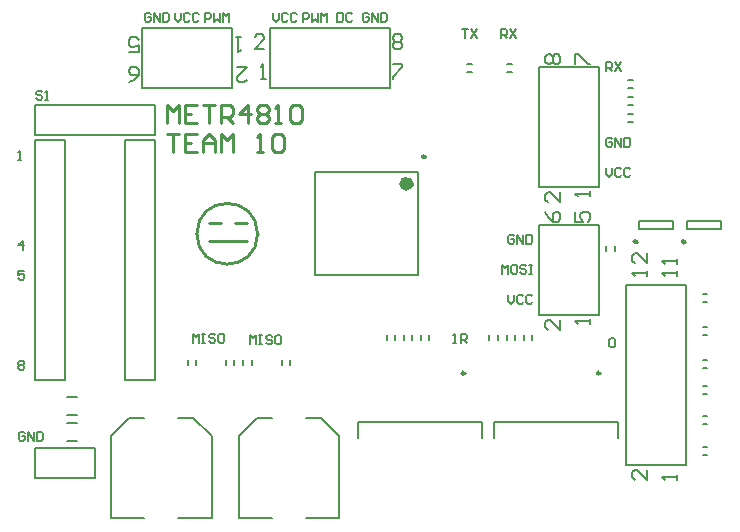
<source format=gto>
%FSDAX24Y24*%
%MOIN*%
%SFA1B1*%

%IPPOS*%
%ADD21C,0.010000*%
%ADD27C,0.009800*%
%ADD28C,0.023600*%
%ADD29C,0.007900*%
%ADD30C,0.008000*%
%ADD31C,0.005000*%
%LN7april_pcb-1*%
%LPD*%
G54D21*
X006512Y009600D02*
D01*
D01*
G75*
G03X004488I-1012J0D01*
G74*G01*
D01*
G75*
G03X006512I1012J0D01*
G74*G01*
X004900Y009950D02*
X005300D01*
X005750D02*
X006150D01*
X004900Y009350D02*
X006150D01*
X003489Y013279D02*
Y013879D01*
X003689Y013679*
X003889Y013879*
Y013279*
X004489Y013879D02*
X004089D01*
Y013279*
X004489*
X004089Y013579D02*
X004289D01*
X004689Y013879D02*
X005088D01*
X004889*
Y013279*
X005288D02*
Y013879D01*
X005588*
X005688Y013779*
Y013579*
X005588Y013479*
X005288*
X005488D02*
X005688Y013279D01*
X006188D02*
Y013879D01*
X005888Y013579*
X006288*
X006488Y013779D02*
X006588Y013879D01*
X006788*
X006888Y013779*
Y013679*
X006788Y013579*
X006888Y013479*
Y013379*
X006788Y013279*
X006588*
X006488Y013379*
Y013479*
X006588Y013579*
X006488Y013679*
Y013779*
X006588Y013579D02*
X006788D01*
X007088Y013279D02*
X007288D01*
X007188*
Y013879*
X007088Y013779*
X007588D02*
X007688Y013879D01*
X007888*
X007988Y013779*
Y013379*
X007888Y013279*
X007688*
X007588Y013379*
Y013779*
X003489Y012919D02*
X003889D01*
X003689*
Y012319*
X004489Y012919D02*
X004089D01*
Y012319*
X004489*
X004089Y012619D02*
X004289D01*
X004689Y012319D02*
Y012719D01*
X004889Y012919*
X005088Y012719*
Y012319*
Y012619*
X004689*
X005288Y012319D02*
Y012919D01*
X005488Y012719*
X005688Y012919*
Y012319*
X006488D02*
X006688D01*
X006588*
Y012919*
X006488Y012819*
X006988D02*
X007088Y012919D01*
X007288*
X007388Y012819*
Y012419*
X007288Y012319*
X007088*
X006988Y012419*
Y012819*
G54D27*
X019150Y009337D02*
D01*
D01*
G75*
G03X019052I-49J0D01*
G74*G01*
D01*
G75*
G03X019150I49J0D01*
G74*G01*
X020756D02*
D01*
D01*
G75*
G03X020658I-49J0D01*
G74*G01*
D01*
G75*
G03X020756I49J0D01*
G74*G01*
X017922Y004954D02*
D01*
D01*
G75*
G03X017824I-49J0D01*
G74*G01*
D01*
G75*
G03X017922I49J0D01*
G74*G01*
X013413D02*
D01*
D01*
G75*
G03X013315I-49J0D01*
G74*G01*
D01*
G75*
G03X013413I49J0D01*
G74*G01*
X012099Y012174D02*
D01*
D01*
G75*
G03X012001I-49J0D01*
G74*G01*
D01*
G75*
G03X012099I49J0D01*
G74*G01*
G54D28*
X011587Y011269D02*
D01*
D01*
G75*
G03X011351I-118J0D01*
G74*G01*
D01*
G75*
G03X011587I118J0D01*
G74*G01*
G54D29*
X021347Y002212D02*
X021505D01*
X021347Y002488D02*
X021505D01*
X021347Y003262D02*
X021505D01*
X021347Y003538D02*
X021505D01*
X021347Y004262D02*
X021505D01*
X021347Y004538D02*
X021505D01*
X021347Y005112D02*
X021505D01*
X021347Y005388D02*
X021505D01*
X021347Y006212D02*
X021505D01*
X021347Y006488D02*
X021505D01*
X021347Y007312D02*
X021505D01*
X021347Y007588D02*
X021505D01*
X000164Y003278D02*
X000479D01*
X000164Y002688D02*
X000479D01*
X014517Y006058D02*
Y006216D01*
X014241Y006058D02*
Y006216D01*
X001632Y000121D02*
Y002858D01*
Y000121D02*
X002734D01*
X003876D02*
X004978D01*
Y002858*
X002242Y003468D02*
X002734D01*
X001632Y002858D02*
X002242Y003468D01*
X004368D02*
X004978Y002858D01*
X003876Y003468D02*
X004368D01*
X005886Y000121D02*
Y002858D01*
Y000121D02*
X006988D01*
X008130D02*
X009232D01*
Y002858*
X006496Y003468D02*
X006988D01*
X005886Y002858D02*
X006496Y003468D01*
X008622D02*
X009232Y002858D01*
X008130Y003468D02*
X008622D01*
X015090Y006058D02*
Y006216D01*
X014814Y006058D02*
Y006216D01*
X020360Y009760D02*
Y010016D01*
X019218D02*
X020360D01*
X019218Y009760D02*
Y010016D01*
Y009760D02*
X020360D01*
X021966D02*
Y010016D01*
X020825D02*
X021966D01*
X020825Y009760D02*
Y010016D01*
Y009760D02*
X021966D01*
X015662Y006058D02*
Y006216D01*
X015387Y006058D02*
Y006216D01*
X018517Y002789D02*
Y003340D01*
X014383D02*
X018517D01*
X014383Y002789D02*
Y003340D01*
X018794Y001900D02*
X020794D01*
X018794D02*
Y007900D01*
X020794*
Y001900D02*
Y007900D01*
X011660Y006058D02*
Y006216D01*
X011385Y006058D02*
Y006216D01*
X012233Y006058D02*
Y006216D01*
X011957Y006058D02*
Y006216D01*
X011088Y006058D02*
Y006216D01*
X010812Y006058D02*
Y006216D01*
X014007Y002789D02*
Y003340D01*
X009874D02*
X014007D01*
X009874Y002789D02*
Y003340D01*
X000089Y004719D02*
Y012719D01*
X-000911D02*
X000089D01*
X-000911Y004719D02*
Y012719D01*
Y004719D02*
X000089D01*
X003089D02*
Y012719D01*
X002089D02*
X003089D01*
X002089Y004719D02*
Y012719D01*
Y004719D02*
X003089D01*
X006313Y005221D02*
Y005379D01*
X006038Y005221D02*
Y005379D01*
X017900Y007983D02*
Y009900D01*
Y006900D02*
Y009900D01*
X015900Y006900D02*
Y009900D01*
Y006900D02*
X017900D01*
X015900Y009900D02*
X017900D01*
X005465Y005221D02*
Y005379D01*
X005741Y005221D02*
Y005379D01*
X004458Y005221D02*
Y005379D01*
X004182Y005221D02*
Y005379D01*
X000164Y004166D02*
X000479D01*
X000164Y003575D02*
X000479D01*
X002650Y016445D02*
X004567D01*
X002650D02*
X005650D01*
X002650Y014445D02*
X005650D01*
Y016445*
X002650Y014445D02*
Y016445D01*
X015900Y015150D02*
X017900D01*
X015900Y011150D02*
X017900D01*
X015900D02*
Y015150D01*
X017900Y011150D02*
Y015150D01*
X018138Y009026D02*
Y009183D01*
X018413Y009026D02*
Y009183D01*
X-000911Y001450D02*
X001089D01*
Y002450*
X-000911D02*
X001089D01*
X-000911Y001450D02*
Y002450D01*
X010910Y014445D02*
Y016445D01*
X006910Y014445D02*
Y016445D01*
X010910*
X006910Y014445D02*
X010910D01*
X018853Y014462D02*
X019010D01*
X018853Y014738D02*
X019010D01*
X013498Y014980D02*
X013655D01*
X013498Y015255D02*
X013655D01*
X014838Y014980D02*
X014996D01*
X014838Y015255D02*
X014996D01*
X007321Y005221D02*
Y005379D01*
X007596Y005221D02*
Y005379D01*
X018853Y014165D02*
X019010D01*
X018853Y013890D02*
X019010D01*
X018853Y013317D02*
X019010D01*
X018853Y013593D02*
X019010D01*
X008437Y011663D02*
X011863D01*
X008437Y008237D02*
X011863D01*
Y011663*
X008437Y008237D02*
Y011663D01*
X003089Y012898D02*
Y013898D01*
X-000911Y012898D02*
X003089D01*
X-000911Y013898D02*
X003089D01*
X-000911Y012898D02*
Y013898D01*
G54D30*
X019494Y001733D02*
Y001400D01*
X019161Y001733*
X019078*
X018994Y001650*
Y001483*
X019078Y001400*
X020494D02*
Y001567D01*
Y001483*
X019994*
X020078Y001400*
X020494Y008200D02*
Y008367D01*
Y008283*
X019994*
X020078Y008200*
X020494Y008600D02*
Y008767D01*
Y008683*
X019994*
X020078Y008600*
X019494Y008200D02*
Y008367D01*
Y008283*
X018994*
X019078Y008200*
X019494Y008950D02*
Y008617D01*
X019161Y008950*
X019078*
X018994Y008866*
Y008700*
X019078Y008617*
X017600Y006600D02*
Y006767D01*
Y006683*
X017100*
X017183Y006600*
X016600Y006733D02*
Y006400D01*
X016267Y006733*
X016183*
X016100Y006650*
Y006483*
X016183Y006400*
X017100Y010333D02*
Y010000D01*
X017350*
X017267Y010167*
Y010250*
X017350Y010333*
X017517*
X017600Y010250*
Y010083*
X017517Y010000*
X016100Y010333D02*
X016183Y010167D01*
X016350Y010000*
X016517*
X016600Y010083*
Y010250*
X016517Y010333*
X016433*
X016350Y010250*
Y010000*
X005950Y016145D02*
X005783D01*
X005867*
Y015645*
X005950Y015728*
X005817Y015145D02*
X006150D01*
X005817Y014812*
Y014728*
X005900Y014645*
X006067*
X006150Y014728*
X002217Y015645D02*
X002550D01*
Y015895*
X002383Y015812*
X002300*
X002217Y015895*
Y016062*
X002300Y016145*
X002467*
X002550Y016062*
X002217Y014645D02*
X002383Y014728D01*
X002550Y014895*
Y015062*
X002467Y015145*
X002300*
X002217Y015062*
Y014978*
X002300Y014895*
X002550*
X016183Y015250D02*
X016100Y015333D01*
Y015500*
X016183Y015583*
X016267*
X016350Y015500*
X016433Y015583*
X016517*
X016600Y015500*
Y015333*
X016517Y015250*
X016433*
X016350Y015333*
X016267Y015250*
X016183*
X016350Y015333D02*
Y015500D01*
X017100Y015250D02*
Y015583D01*
X017183*
X017517Y015250*
X017600*
Y010850D02*
Y011017D01*
Y010933*
X017100*
X017183Y010850*
X016600Y010983D02*
Y010650D01*
X016267Y010983*
X016183*
X016100Y010900*
Y010733*
X016183Y010650*
X011010Y016161D02*
X011093Y016245D01*
X011260*
X011343Y016161*
Y016078*
X011260Y015995*
X011343Y015911*
Y015828*
X011260Y015745*
X011093*
X011010Y015828*
Y015911*
X011093Y015995*
X011010Y016078*
Y016161*
X011093Y015995D02*
X011260D01*
X011010Y015245D02*
X011343D01*
Y015161*
X011010Y014828*
Y014745*
X006610D02*
X006777D01*
X006693*
Y015245*
X006610Y015161*
X006743Y015745D02*
X006410D01*
X006743Y016078*
Y016161*
X006660Y016245*
X006493*
X006410Y016161*
G54D31*
X015070Y009510D02*
X015020Y009560D01*
X014920*
X014870Y009510*
Y009310*
X014920Y009260*
X015020*
X015070Y009310*
Y009410*
X014970*
X015170Y009260D02*
Y009560D01*
X015370Y009260*
Y009560*
X015470D02*
Y009260D01*
X015620*
X015670Y009310*
Y009510*
X015620Y009560*
X015470*
X014670Y008260D02*
Y008560D01*
X014770Y008460*
X014870Y008560*
Y008260*
X015120Y008560D02*
X015020D01*
X014970Y008510*
Y008310*
X015020Y008260*
X015120*
X015170Y008310*
Y008510*
X015120Y008560*
X015470Y008510D02*
X015420Y008560D01*
X015320*
X015270Y008510*
Y008460*
X015320Y008410*
X015420*
X015470Y008360*
Y008310*
X015420Y008260*
X015320*
X015270Y008310*
X015570Y008560D02*
X015670D01*
X015620*
Y008260*
X015570*
X015670*
X014870Y007560D02*
Y007360D01*
X014970Y007260*
X015070Y007360*
Y007560*
X015370Y007510D02*
X015320Y007560D01*
X015220*
X015170Y007510*
Y007310*
X015220Y007260*
X015320*
X015370Y007310*
X015670Y007510D02*
X015620Y007560D01*
X015520*
X015470Y007510*
Y007310*
X015520Y007260*
X015620*
X015670Y007310*
X013039Y005969D02*
X013139D01*
X013089*
Y006269*
X013039Y006219*
X013289Y005969D02*
Y006269D01*
X013439*
X013489Y006219*
Y006119*
X013439Y006069*
X013289*
X013389D02*
X013489Y005969D01*
X004355Y005960D02*
Y006260D01*
X004455Y006160*
X004555Y006260*
Y005960*
X004655Y006260D02*
X004755D01*
X004705*
Y005960*
X004655*
X004755*
X005105Y006210D02*
X005055Y006260D01*
X004955*
X004905Y006210*
Y006160*
X004955Y006110*
X005055*
X005105Y006060*
Y006010*
X005055Y005960*
X004955*
X004905Y006010*
X005355Y006260D02*
X005255D01*
X005205Y006210*
Y006010*
X005255Y005960*
X005355*
X005405Y006010*
Y006210*
X005355Y006260*
X006255Y005910D02*
Y006210D01*
X006355Y006110*
X006455Y006210*
Y005910*
X006555Y006210D02*
X006655D01*
X006605*
Y005910*
X006555*
X006655*
X007005Y006160D02*
X006955Y006210D01*
X006855*
X006805Y006160*
Y006110*
X006855Y006060*
X006955*
X007005Y006010*
Y005960*
X006955Y005910*
X006855*
X006805Y005960*
X007255Y006210D02*
X007155D01*
X007105Y006160*
Y005960*
X007155Y005910*
X007255*
X007305Y005960*
Y006160*
X007255Y006210*
X-001250Y002950D02*
X-001300Y003000D01*
X-001400*
X-001450Y002950*
Y002750*
X-001400Y002700*
X-001300*
X-001250Y002750*
Y002850*
X-001350*
X-001150Y002700D02*
Y003000D01*
X-000950Y002700*
Y003000*
X-000850D02*
Y002700D01*
X-000700*
X-000650Y002750*
Y002950*
X-000700Y003000*
X-000850*
X-001461Y012070D02*
X-001361D01*
X-001411*
Y012369*
X-001461Y012319*
Y005319D02*
X-001411Y005369D01*
X-001311*
X-001261Y005319*
Y005269*
X-001311Y005219*
X-001261Y005170*
Y005120*
X-001311Y005070*
X-001411*
X-001461Y005120*
Y005170*
X-001411Y005219*
X-001461Y005269*
Y005319*
X-001411Y005219D02*
X-001311D01*
Y009070D02*
Y009369D01*
X-001461Y009219*
X-001261*
X-000661Y014319D02*
X-000711Y014369D01*
X-000811*
X-000861Y014319*
Y014269*
X-000811Y014219*
X-000711*
X-000661Y014169*
Y014119*
X-000711Y014069*
X-000811*
X-000861Y014119*
X-000561Y014069D02*
X-000461D01*
X-000511*
Y014369*
X-000561Y014319*
X002950Y016910D02*
X002900Y016960D01*
X002800*
X002750Y016910*
Y016710*
X002800Y016660*
X002900*
X002950Y016710*
Y016810*
X002850*
X003050Y016660D02*
Y016960D01*
X003250Y016660*
Y016960*
X003350D02*
Y016660D01*
X003500*
X003550Y016710*
Y016910*
X003500Y016960*
X003350*
X003750D02*
Y016760D01*
X003850Y016660*
X003950Y016760*
Y016960*
X004250Y016910D02*
X004200Y016960D01*
X004100*
X004050Y016910*
Y016710*
X004100Y016660*
X004200*
X004250Y016710*
X004550Y016910D02*
X004500Y016960D01*
X004400*
X004350Y016910*
Y016710*
X004400Y016660*
X004500*
X004550Y016710*
X004750Y016660D02*
Y016960D01*
X004900*
X004950Y016910*
Y016810*
X004900Y016760*
X004750*
X005050Y016960D02*
Y016660D01*
X005150Y016760*
X005250Y016660*
Y016960*
X005350Y016660D02*
Y016960D01*
X005450Y016860*
X005550Y016960*
Y016660*
X007010Y016960D02*
Y016760D01*
X007110Y016660*
X007210Y016760*
Y016960*
X007510Y016910D02*
X007460Y016960D01*
X007360*
X007310Y016910*
Y016710*
X007360Y016660*
X007460*
X007510Y016710*
X007810Y016910D02*
X007760Y016960D01*
X007660*
X007610Y016910*
Y016710*
X007660Y016660*
X007760*
X007810Y016710*
X008010Y016660D02*
Y016960D01*
X008160*
X008210Y016910*
Y016810*
X008160Y016760*
X008010*
X008310Y016960D02*
Y016660D01*
X008410Y016760*
X008510Y016660*
Y016960*
X008610Y016660D02*
Y016960D01*
X008710Y016860*
X008810Y016960*
Y016660*
X009160Y016960D02*
Y016660D01*
X009310*
X009360Y016710*
Y016910*
X009310Y016960*
X009160*
X009660Y016910D02*
X009610Y016960D01*
X009510*
X009460Y016910*
Y016710*
X009510Y016660*
X009610*
X009660Y016710*
X010210Y016910D02*
X010160Y016960D01*
X010060*
X010010Y016910*
Y016710*
X010060Y016660*
X010160*
X010210Y016710*
Y016810*
X010110*
X010310Y016660D02*
Y016960D01*
X010510Y016660*
Y016960*
X010610D02*
Y016660D01*
X010760*
X010810Y016710*
Y016910*
X010760Y016960*
X010610*
X013339Y016419D02*
X013539D01*
X013439*
Y016119*
X013639Y016419D02*
X013839Y016119D01*
Y016419D02*
X013639Y016119D01*
X014639D02*
Y016419D01*
X014789*
X014839Y016369*
Y016269*
X014789Y016219*
X014639*
X014739D02*
X014839Y016119D01*
X014939Y016419D02*
X015139Y016119D01*
Y016419D02*
X014939Y016119D01*
X018139Y015010D02*
Y015310D01*
X018289*
X018339Y015260*
Y015160*
X018289Y015110*
X018139*
X018239D02*
X018339Y015010D01*
X018439Y015310D02*
X018639Y015010D01*
Y015310D02*
X018439Y015010D01*
X018339Y012750D02*
X018289Y012800D01*
X018189*
X018139Y012750*
Y012550*
X018189Y012500*
X018289*
X018339Y012550*
Y012650*
X018239*
X018439Y012500D02*
Y012800D01*
X018639Y012500*
Y012800*
X018739D02*
Y012500D01*
X018889*
X018939Y012550*
Y012750*
X018889Y012800*
X018739*
X018139Y011800D02*
Y011600D01*
X018239Y011500*
X018339Y011600*
Y011800*
X018639Y011750D02*
X018589Y011800D01*
X018489*
X018439Y011750*
Y011550*
X018489Y011500*
X018589*
X018639Y011550*
X018939Y011750D02*
X018889Y011800D01*
X018789*
X018739Y011750*
Y011550*
X018789Y011500*
X018889*
X018939Y011550*
X-001261Y008369D02*
X-001461D01*
Y008219*
X-001361Y008269*
X-001311*
X-001261Y008219*
Y008120*
X-001311Y008070*
X-001411*
X-001461Y008120*
X018239Y006069D02*
X018289Y006119D01*
X018389*
X018439Y006069*
Y005869*
X018389Y005819*
X018289*
X018239Y005869*
Y006069*
M02*
</source>
